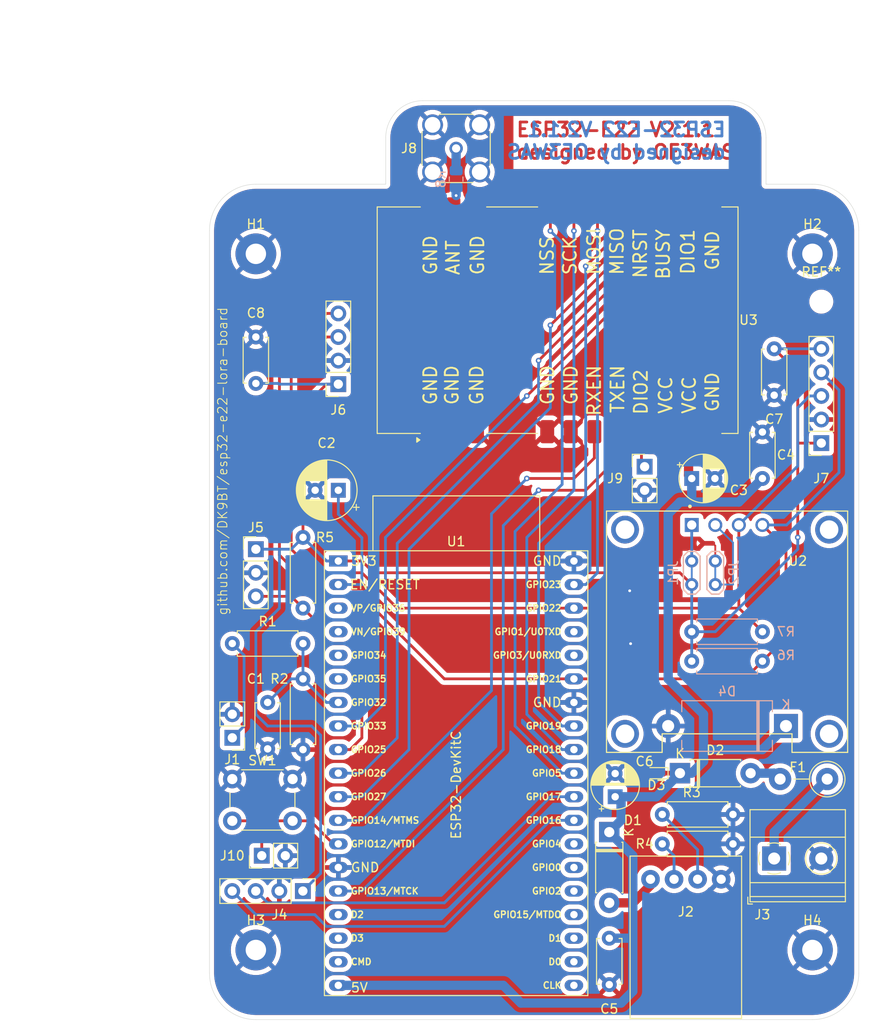
<source format=kicad_pcb>
(kicad_pcb (version 20240108) (generator "pcbnew") (generator_version "8.0")
  (title_block (title "ESP32+E22 single sided") (date "2024-10-20") (rev "V 2.1.1") (comment 1 "designed by OE3WAS") (comment 4 "AISLER Project ID:"))
  (layers (0 "F.Cu" signal) (31 "B.Cu" signal) (34 "B.Paste" user) (35 "F.Paste" user) (36 "B.SilkS" user "B.Silkscreen") (37 "F.SilkS" user "F.Silkscreen") (38 "B.Mask" user) (39 "F.Mask" user) (44 "Edge.Cuts" user))
  (net 0 "")
  (net 1 "/GPS_TX")
  (net 2 "+3.3V")
  (net 3 "GND")
  (net 4 "/GPS_RX")
  (net 5 "/SDA")
  (net 6 "/SCL")
  (net 7 "/OneWire")
  (net 8 "Net-(U1-32K_XP{slash}GPIO32{slash}ADC1_CH4)")
  (net 9 "/E22_BUSY")
  (net 10 "Net-(U1-CHIP_PU)")
  (net 11 "/E22_NRST")
  (net 12 "Net-(D2-A)")
  (net 13 "/MISO")
  (net 14 "/MOSI")
  (net 15 "/E22_SCK")
  (net 16 "+5V")
  (net 17 "/E22_DIO1")
  (net 18 "/E22_NSS")
  (net 19 "Net-(J1-Pin_1)")
  (net 20 "Net-(J8-In)")
  (net 21 "Net-(J9-Pin_1)")
  (net 22 "Net-(J10-Pin_1)")
  (net 38 "/E22_RXEN")
  (net 39 "/E22_TXEN")
  (net 41 "Net-(JP2-A)")
  (net 42 "Net-(D1-A)")
  (net 43 "Net-(U3-ANT)")
  (net 44 "Net-(J2-CC2)")
  (net 45 "Net-(J2-CC1)")
  (net 46 "Net-(J3-Pin_1)")
  (footprint "Connector_PinHeader_2.54mm:PinHeader_1x03_P2.54mm_Vertical" (layer "F.Cu") (at 115.57 95.25)
    (property "Reference" "J5")
    (property "Value" "Conn_01x03_Socket")
  )
  (footprint "Resistor_THT:R_Axial_DIN0207_L6.3mm_D2.5mm_P7.62mm_Horizontal" (layer "F.Cu") (at 113.03 105.41)
    (property "Reference" "R1")
    (property "Value" "5k1")
  )
  (footprint "Capacitor_THT:CP_Radial_D5.0mm_P2.50mm" (layer "F.Cu") (at 154.305 121.92 90)
    (property "Reference" "C6")
    (property "Value" "470µF")
  )
  (footprint "Resistor_THT:R_Axial_DIN0207_L6.3mm_D2.5mm_P7.62mm_Horizontal" (layer "F.Cu") (at 159.385 127)
    (property "Reference" "R4")
    (property "Value" "5k1")
  )
  (footprint "MountingHole:MountingHole_2.2mm_M2_Pad_TopBottom" (layer "F.Cu") (at 115.57 138.43)
    (property "Reference" "H3")
    (property "Value" "MountingHole_Pad")
  )
  (footprint "TerminalBlock_Phoenix:TerminalBlock_Phoenix_MKDS-1,5-2-5.08_1x02_P5.08mm_Horizontal" (layer "F.Cu") (at 171.445 128.575)
    (property "Reference" "J3")
    (property "Value" "Screw_Terminal_01x02")
  )
  (footprint "Resistor_THT:R_Axial_DIN0207_L6.3mm_D2.5mm_P7.62mm_Horizontal" (layer "F.Cu") (at 120.65 109.22 -90)
    (property "Reference" "R2")
    (property "Value" "5k1")
  )
  (footprint "Capacitor_THT:CP_Radial_D6.3mm_P2.50mm" (layer "F.Cu") (at 124.46 88.9 180)
    (property "Reference" "C2")
    (property "Value" "10µF")
  )
  (footprint "Diode_THT:D_DO-41_SOD81_P7.62mm_Horizontal" (layer "F.Cu") (at 161.29 119.38)
    (property "Reference" "D2")
    (property "Value" "1N5817")
  )
  (footprint "footprints_local:DM-OLED096-636" (layer "F.Cu") (at 166.37 104.14)
    (property "Reference" "U2")
    (property "Value" "DM-OLED096-636")
  )
  (footprint "Resistor_THT:R_Axial_DIN0207_L6.3mm_D2.5mm_P7.62mm_Horizontal" (layer "F.Cu") (at 120.65 93.98 -90)
    (property "Reference" "R5")
    (property "Value" "4k7")
  )
  (footprint "footprints_local:USB-C_vert" (layer "F.Cu") (at 161.925 130.81)
    (property "Reference" "J2")
    (property "Value" "~")
  )
  (footprint "MountingHole:MountingHole_2.2mm_M2_Pad_TopBottom" (layer "F.Cu") (at 115.57 63.43)
    (property "Reference" "H1")
    (property "Value" "MountingHole_Pad")
  )
  (footprint "Connector_PinHeader_2.54mm:PinHeader_1x02_P2.54mm_Vertical" (layer "F.Cu") (at 113.03 115.57 180)
    (property "Reference" "J1")
    (property "Value" "Conn_01x02_Socket")
  )
  (footprint "Connector_PinSocket_2.54mm:PinSocket_1x04_P2.54mm_Vertical" (layer "F.Cu") (at 124.46 77.47 180)
    (property "Reference" "J6")
    (property "Value" "Conn_01x04_Socket")
  )
  (footprint "Diode_THT:D_DO-41_SOD81_P7.62mm_Horizontal" (layer "F.Cu") (at 153.67 125.73 -90)
    (property "Reference" "D1")
    (property "Value" "1N5817")
  )
  (footprint "Capacitor_THT:C_Disc_D4.7mm_W2.5mm_P5.00mm" (layer "F.Cu") (at 170.18 87.63 90)
    (property "Reference" "C4")
    (property "Value" "100nF")
  )
  (footprint "MountingHole:MountingHole_2.2mm_M2_Pad_TopBottom" (layer "F.Cu") (at 175.57 63.43)
    (property "Reference" "H2")
    (property "Value" "MountingHole_Pad")
  )
  (footprint "Connector_PinSocket_2.54mm:PinSocket_1x05_P2.54mm_Vertical" (layer "F.Cu") (at 176.53 83.82 180)
    (property "Reference" "J7")
    (property "Value" "Conn_01x05_Socket")
  )
  (footprint "Capacitor_THT:C_Disc_D4.7mm_W2.5mm_P5.00mm" (layer "F.Cu") (at 153.67 137.16 -90)
    (property "Reference" "C5")
    (property "Value" "100nF")
  )
  (footprint "Connector_Coaxial:SMA_Amphenol_132134-14_Vertical" (layer "F.Cu") (at 137.16 52.07)
    (property "Reference" "J8")
    (property "Value" "SMA")
  )
  (footprint "MountingHole:MountingHole_2.1mm" (layer "F.Cu") (at 176.53 68.58)
    (property "Reference" "REF**")
    (property "Value" "MountingHole_2.1mm")
  )
  (footprint "Capacitor_THT:CP_Radial_D5.0mm_P2.50mm" (layer "F.Cu") (at 162.56 87.63)
    (property "Reference" "C3")
    (property "Value" "470µF")
  )
  (footprint "NetTie:NetTie-2_SMD_Pad0.5mm" (layer "F.Cu") (at 164.33 94.615 180)
    (property "Reference" "NT1" (hide yes))
    (property "Value" "NetTie_2" (hide yes))
  )
  (footprint "footprints_local:E22-400M33S" (layer "F.Cu") (at 145.1 70.58 90)
    (property "Reference" "U3")
    (property "Value" "E22-40033S")
  )
  (footprint "Connector_PinHeader_2.54mm:PinHeader_1x04_P2.54mm_Vertical" (layer "F.Cu") (at 120.64 132.08 -90)
    (property "Reference" "J4")
    (property "Value" "Conn_01x04_Socket" (hide yes))
  )
  (footprint "footprints_local:ESP32-DevKitC" (layer "F.Cu") (at 124.46 96.52)
    (property "Reference" "U1")
    (property "Value" "ESP32-DevKitC")
  )
  (footprint "Capacitor_THT:C_Disc_D4.7mm_W2.5mm_P5.00mm" (layer "F.Cu") (at 171.45 73.66 -90)
    (property "Reference" "C7")
    (property "Value" "100nF")
  )
  (footprint "Capacitor_THT:C_Disc_D4.7mm_W2.5mm_P5.00mm" (layer "F.Cu") (at 116.84 111.76 -90)
    (property "Reference" "C1")
    (property "Value" "100nF")
  )
  (footprint "MountingHole:MountingHole_2.2mm_M2_Pad_TopBottom" (layer "F.Cu") (at 175.57 138.43)
    (property "Reference" "H4")
    (property "Value" "MountingHole_Pad")
  )
  (footprint "Resistor_THT:R_Axial_DIN0411_L9.9mm_D3.6mm_P5.08mm_Vertical" (layer "F.Cu") (at 177.165 120.015 180)
    (property "Reference" "F1")
    (property "Value" "5A")
  )
  (footprint "Capacitor_THT:C_Disc_D4.7mm_W2.5mm_P5.00mm" (layer "F.Cu") (at 115.57 72.39 -90)
    (property "Reference" "C8")
    (property "Value" "100nF")
  )
  (footprint "Connector_PinHeader_2.54mm:PinHeader_1x02_P2.54mm_Vertical" (layer "F.Cu") (at 116.205 128.27 90)
    (property "Reference" "J10")
    (property "Value" "Conn_01x02_Socket")
  )
  (footprint "Button_Switch_THT:SW_PUSH_6mm" (layer "F.Cu") (at 113.03 120.015)
    (property "Reference" "SW1")
    (property "Value" "SW_Push")
  )
  (footprint "Resistor_THT:R_Axial_DIN0207_L6.3mm_D2.5mm_P7.62mm_Horizontal" (layer "F.Cu") (at 159.385 123.825)
    (property "Reference" "R3")
    (property "Value" "5k1")
  )
  (footprint "Diode_SMD:D_SOD-523" (layer "F.Cu") (at 158.75 119.38 180)
    (property "Reference" "D3")
    (property "Value" "LESD5D5.0CT1G")
  )
  (footprint "Connector_PinHeader_2.54mm:PinHeader_1x02_P2.54mm_Vertical" (layer "F.Cu") (at 157.48 86.36)
    (property "Reference" "J9")
    (property "Value" "Conn_01x02_Socket" (hide yes))
  )
  (footprint "Diode_THT:D_DO-201_P12.70mm_Horizontal" (layer "B.Cu") (at 172.72 114.3 180)
    (property "Reference" "D4")
    (property "Value" "1N5908")
  )
  (footprint "TestPoint:TestPoint_2Pads_Pitch2.54mm_Drill0.8mm" (layer "B.Cu") (at 162.56 96.52 -90)
    (property "Reference" "JP1")
    (property "Value" "Jumper_2_Small_Bridged" (hide yes))
  )
  (footprint "Resistor_SMD:R_0805_2012Metric" (layer "B.Cu") (at 137.16 55.372 -90)
    (property "Reference" "R8")
    (property "Value" "0R")
  )
  (footprint "Resistor_THT:R_Axial_DIN0207_L6.3mm_D2.5mm_P7.62mm_Horizontal" (layer "B.Cu") (at 162.56 104.14)
    (property "Reference" "R7")
    (property "Value" "10k")
  )
  (footprint "TestPoint:TestPoint_2Pads_Pitch2.54mm_Drill0.8mm" (layer "B.Cu") (at 165.1 99.06 90)
    (property "Reference" "JP2")
    (property "Value" "Jumper_2_Small_Bridged" (hide yes))
  )
  (footprint "Resistor_THT:R_Axial_DIN0207_L6.3mm_D2.5mm_P7.62mm_Horizontal" (layer "B.Cu") (at 162.56 107.315)
    (property "Reference" "R6")
    (property "Value" "10k")
  )
  (gr_arc (start 166.57 46.93) (mid 169.398427 48.101573) (end 170.57 50.93) (stroke (width 0.05)) (layer "Edge.Cuts"))
  (gr_line (start 175.57 145.93) (end 115.57 145.93) (stroke (width 0.05)) (layer "Edge.Cuts"))
  (gr_line (start 129.57 55.93) (end 115.57 55.93) (stroke (width 0.05)) (layer "Edge.Cuts"))
  (gr_arc (start 175.57 55.93) (mid 179.105534 57.394466) (end 180.57 60.93) (stroke (width 0.05)) (layer "Edge.Cuts"))
  (gr_arc (start 110.57 60.93) (mid 112.034466 57.394466) (end 115.57 55.93) (stroke (width 0.05)) (layer "Edge.Cuts"))
  (gr_line (start 110.57 140.93) (end 110.57 60.93) (stroke (width 0.05)) (layer "Edge.Cuts"))
  (gr_line (start 170.57 55.93) (end 175.57 55.93) (stroke (width 0.05)) (layer "Edge.Cuts"))
  (gr_arc (start 115.57 145.93) (mid 112.034466 144.465534) (end 110.57 140.93) (stroke (width 0.05)) (layer "Edge.Cuts"))
  (gr_line (start 129.57 55.93) (end 129.57 50.93) (stroke (width 0.05)) (layer "Edge.Cuts"))
  (gr_arc (start 129.57 50.93) (mid 130.741573 48.101573) (end 133.57 46.93) (stroke (width 0.05)) (layer "Edge.Cuts"))
  (gr_arc (start 180.57 140.93) (mid 179.105534 144.465534) (end 175.57 145.93) (stroke (width 0.05)) (layer "Edge.Cuts"))
  (gr_line (start 166.57 46.93) (end 133.57 46.93) (stroke (width 0.05)) (layer "Edge.Cuts"))
  (gr_line (start 180.57 60.93) (end 180.57 140.93) (stroke (width 0.05)) (layer "Edge.Cuts"))
  (gr_line (start 170.57 55.93) (end 170.57 50.93) (stroke (width 0.05)) (layer "Edge.Cuts"))
  (gr_text "ESP32-E22 V2.1.1\ndesigned by OE3WAS" (at 143.51 53.34 0) (layer "F.Cu") (effects (font (size 1.5 1.5) (thickness 0.3) (bold yes)) (justify left bottom)))
  (gr_text "ESP32-E22 V2.1.1\ndesigned by OE3WAS" (at 166.37 53.34 0) (layer "B.Cu") (effects (font (size 1.5 1.5) (thickness 0.3) (bold yes)) (justify left bottom mirror)))
  (gr_text "github.com/DK9BT/esp32-e22-lora-board" (at 112.57 102.43 90) (layer "F.SilkS") (effects (font (size 1 1) (thickness 0.1)) (justify left bottom)))
  (segment (start 149.86 121.92) (end 147.32 121.92) (width 0.3) (layer "B.Cu") (net 1))
  (segment (start 147.32 121.92) (end 135.89 133.35) (width 0.3) (layer "B.Cu") (net 1))
  (segment (start 116.84 133.35) (end 115.57 132.08) (width 0.3) (layer "B.Cu") (net 1))
  (segment (start 135.89 133.35) (end 116.84 133.35) (width 0.3) (layer "B.Cu") (net 1))
  (segment (start 115.57 132.08) (end 115.56 132.08) (width 0.3) (layer "B.Cu") (net 1))
  (segment (start 120.65 93.98) (end 120.65 80.01) (width 0.3) (layer "F.Cu") (net 2))
  (segment (start 161.29 97.79) (end 162.56 99.06) (width 0.3) (layer "F.Cu") (net 2))
  (segment (start 120.65 80.01) (end 123.19 77.47) (width 0.3) (layer "F.Cu") (net 2))
  (segment (start 173.99 93.98) (end 173.99 76.2) (width 0.3) (layer "F.Cu") (net 2))
  (segment (start 173.99 76.2) (end 171.45 73.66) (width 0.3) (layer "F.Cu") (net 2))
  (segment (start 127 96.52) (end 128.27 97.79) (width 0.3) (layer "F.Cu") (net 2))
  (segment (start 124.46 96.52) (end 127 96.52) (width 0.3) (layer "F.Cu") (net 2))
  (segment (start 173.99 83.82) (end 176.53 83.82) (width 0.3) (layer "F.Cu") (net 2))
  (segment (start 128.27 97.79) (end 161.29 97.79) (width 0.3) (layer "F.Cu") (net 2))
  (segment (start 123.19 77.47) (end 124.46 77.47) (width 0.3) (layer "F.Cu") (net 2))
  (via (at 173.99 93.98) (size 0.6) (drill 0.3) (layers "F.Cu" "B.Cu") (net 2))
  (segment (start 115.57 104.14) (end 118.11 101.6) (width 0.3) (layer "B.Cu") (net 2))
  (segment (start 120.64 132.08) (end 122.555 130.165) (width 0.3) (layer "B.Cu") (net 2))
  (segment (start 162.56 96.52) (end 162.56 92.64) (width 0.3) (layer "B.Cu") (net 2))
  (segment (start 118.11 95.25) (end 119.38 95.25) (width 0.3) (layer "B.Cu") (net 2))
  (segment (start 119.38 95.25) (end 120.65 93.98) (width 0.3) (layer "B.Cu") (net 2))
  (segment (start 173.99 95.25) (end 173.99 93.98) (width 0.3) (layer "B.Cu") (net 2))
  (segment (start 162.56 104.14) (end 165.1 104.14) (width 0.3) (layer "B.Cu") (net 2))
  (segment (start 118.11 101.6) (end 118.11 95.25) (width 0.3) (layer "B.Cu") (net 2))
  (segment (start 118.07 77.47) (end 124.46 77.47) (width 0.3) (layer "B.Cu") (net 2))
  (segment (start 162.56 99.06) (end 162.56 107.315) (width 0.3) (layer "B.Cu") (net 2))
  (segment (start 165.1 104.14) (end 173.99 95.25) (width 0.3) (layer "B.Cu") (net 2))
  (segment (start 176.53 73.66) (end 171.45 73.66) (width 0.3) (layer "B.Cu") (net 2))
  (segment (start 116.84 114.3) (end 115.57 113.03) (width 0.3) (layer "B.Cu") (net 2))
  (segment (start 117.99 77.39) (end 118.07 77.47) (width 0.3) (layer "B.Cu") (net 2))
  (segment (start 118.11 95.25) (end 115.57 95.25) (width 0.3) (layer "B.Cu") (net 2))
  (segment (start 121.563654 114.3) (end 116.84 114.3) (width 0.3) (layer "B.Cu") (net 2))
  (segment (start 115.57 77.39) (end 117.99 77.39) (width 0.3) (layer "B.Cu") (net 2))
  (segment (start 123.19 96.52) (end 124.46 96.52) (width 0.3) (layer "B.Cu") (net 2))
  (segment (start 162.56 96.52) (end 162.56 99.06) (width 0.2) (layer "B.Cu") (net 2))
  (segment (start 115.57 113.03) (end 115.57 104.14) (width 0.3) (layer "B.Cu") (net 2))
  (segment (start 122.555 115.291346) (end 121.563654 114.3) (width 0.3) (layer "B.Cu") (net 2))
  (segment (start 120.65 93.98) (end 123.19 96.52) (width 0.3) (layer "B.Cu") (net 2))
  (segment (start 122.555 130.165) (end 122.555 115.291346) (width 0.3) (layer "B.Cu") (net 2))
  (via (at 155.87 99.73) (size 0.6) (drill 0.3) (layers "F.Cu" "B.Cu") (net 3))
  (via (at 155.97 105.43) (size 0.6) (drill 0.3) (layers "F.Cu" "B.Cu") (net 3))
  (segment (start 149.86 124.46) (end 147.32 124.46) (width 0.3) (layer "B.Cu") (net 4))
  (segment (start 135.89 135.89) (end 123.19 135.89) (width 0.3) (layer "B.Cu") (net 4))
  (segment (start 115.57 134.62) (end 113.03 132.08) (width 0.3) (layer "B.Cu") (net 4))
  (segment (start 147.32 124.46) (end 135.89 135.89) (width 0.3) (layer "B.Cu") (net 4))
  (segment (start 113.03 132.08) (end 113.02 132.08) (width 0.3) (layer "B.Cu") (net 4))
  (segment (start 123.19 135.89) (end 121.92 134.62) (width 0.3) (layer "B.Cu") (net 4))
  (segment (start 121.92 134.62) (end 115.57 134.62) (width 0.3) (layer "B.Cu") (net 4))
  (segment (start 122.555 100.33) (end 118.11 95.885) (width 0.3) (layer "F.Cu") (net 5))
  (segment (start 149.86 109.22) (end 135.89 109.22) (width 0.3) (layer "F.Cu") (net 5))
  (segment (start 172.72 104.775) (end 170.18 107.315) (width 0.3) (layer "F.Cu") (net 5))
  (segment (start 127 100.33) (end 122.555 100.33) (width 0.3) (layer "F.Cu") (net 5))
  (segment (start 168.275 109.22) (end 170.18 107.315) (width 0.3) (layer "F.Cu") (net 5))
  (segment (start 135.89 109.22) (end 127 100.33) (width 0.3) (layer "F.Cu") (net 5))
  (segment (start 170.18 92.64) (end 172.72 95.18) (width 0.3) (layer "F.Cu") (net 5))
  (segment (start 118.11 95.885) (end 118.11 74.93) (width 0.3) (layer "F.Cu") (net 5))
  (segment (start 172.72 95.18) (end 172.72 104.775) (width 0.3) (layer "F.Cu") (net 5))
  (segment (start 149.86 109.22) (end 168.275 109.22) (width 0.3) (layer "F.Cu") (net 5))
  (segment (start 118.11 74.93) (end 123.19 69.85) (width 0.3) (layer "F.Cu") (net 5))
  (segment (start 123.19 69.85) (end 124.46 69.85) (width 0.3) (layer "F.Cu") (net 5))
  (segment (start 178.435 86.995) (end 178.435 78.105) (width 0.3) (layer "B.Cu") (net 5))
  (segment (start 172.79 92.64) (end 178.435 86.995) (width 0.3) (layer "B.Cu") (net 5))
  (segment (start 178.435 78.105) (end 176.53 76.2) (width 0.3) (layer "B.Cu") (net 5))
  (segment (start 170.18 92.64) (end 172.79 92.64) (width 0.3) (layer "B.Cu") (net 5))
  (segment (start 167.64 101.6) (end 167.64 92.64) (width 0.3) (layer "F.Cu") (net 6))
  (segment (start 127 97.79) (end 121.92 97.79) (width 0.3) (layer "F.Cu") (net 6))
  (segment (start 119.38 95.25) (end 119.38 76.2) (width 0.3) (layer "F.Cu") (net 6))
  (segment (start 130.81 101.6) (end 127 97.79) (width 0.3) (layer "F.Cu") (net 6))
  (segment (start 149.86 101.6) (end 130.81 101.6) (width 0.3) (layer "F.Cu") (net 6))
  (segment (start 119.38 76.2) (end 123.19 72.39) (width 0.3) (layer "F.Cu") (net 6))
  (segment (start 167.64 101.6) (end 170.18 104.14) (width 0.3) (layer "F.Cu") (net 6))
  (segment (start 121.92 97.79) (end 119.38 95.25) (width 0.3) (layer "F.Cu") (net 6))
  (segment (start 123.19 72.39) (end 124.46 72.39) (width 0.3) (layer "F.Cu") (net 6))
  (segment (start 149.86 101.6) (end 167.64 101.6) (width 0.3) (layer "F.Cu") (net 6))
  (segment (start 173.99 80.01) (end 175.26 78.74) (width 0.3) (layer "B.Cu") (net 6))
  (segment (start 167.64 92.64) (end 173.99 86.29) (width 0.3) (layer "B.Cu") (net 6))
  (segment (start 173.99 86.29) (end 173.99 80.01) (width 0.3) (layer "B.Cu") (net 6))
  (segment (start 175.26 78.74) (end 176.53 78.74) (width 0.3) (layer "B.Cu") (net 6))
  (segment (start 121.92 102.87) (end 127 102.87) (width 0.3) (layer "F.Cu") (net 7))
  (segment (start 127 115.57) (end 125.73 116.84) (width 0.3) (layer "F.Cu") (net 7))
  (segment (start 125.73 116.84) (end 124.46 116.84) (width 0.3) (layer "F.Cu") (net 7))
  (segment (start 115.57 100.33) (end 119.38 100.33) (width 0.3) (layer "F.Cu") (net 7))
  (segment (start 120.65 101.6) (end 121.92 102.87) (width 0.3) (layer "F.Cu") (net 7))
  (segment (start 127 102.87) (end 127 115.57) (width 0.3) (layer "F.Cu") (net 7))
  (segment (start 119.38 100.33) (end 120.65 101.6) (width 0.3) (layer "F.Cu") (net 7))
  (segment (start 119.38 109.22) (end 116.84 111.76) (width 0.3) (layer "B.Cu") (net 8))
  (segment (start 120.65 109.22) (end 123.19 111.76) (width 0.3) (layer "B.Cu") (net 8))
  (segment (start 120.65 105.41) (end 120.65 109.22) (width 0.3) (layer "B.Cu") (net 8))
  (segment (start 123.19 111.76) (end 124.46 111.76) (width 0.3) (layer "B.Cu") (net 8))
  (segment (start 120.65 109.22) (end 119.38 109.22) (width 0.3) (layer "B.Cu") (net 8))
  (segment (start 159.68 61.3) (end 159.68 58.59) (width 0.3) (layer "F.Cu") (net 9))
  (segment (start 146.05 74.93) (end 159.68 61.3) (width 0.3) (layer "F.Cu") (net 9))
  (via (at 146.05 74.93) (size 0.6) (drill 0.3) (layers "F.Cu" "B.Cu") (net 9))
  (segment (start 130.81 94.615) (end 130.81 115.57) (width 0.3) (layer "B.Cu") (net 9))
  (segment (start 130.81 115.57) (end 127 119.38) (width 0.3) (layer "B.Cu") (net 9))
  (segment (start 127 119.38) (end 124.46 119.38) (width 0.3) (layer "B.Cu") (net 9))
  (segment (start 146.05 74.93) (end 146.05 79.375) (width 0.3) (layer "B.Cu") (net 9))
  (segment (start 146.05 79.375) (end 130.81 94.615) (width 0.3) (layer "B.Cu") (net 9))
  (segment (start 127 99.06) (end 127 94.02) (width 0.3) (layer "B.Cu") (net 10))
  (segment (start 124.46 91.48) (end 124.46 88.9) (width 0.3) (layer "B.Cu") (net 10))
  (segment (start 127 94.02) (end 124.46 91.48) (width 0.3) (layer "B.Cu") (net 10))
  (segment (start 124.46 99.06) (end 127 99.06) (width 0.3) (layer "B.Cu") (net 10))
  (segment (start 147.32 71.12) (end 157.14 61.3) (width 0.3) (layer "F.Cu") (net 11))
  (segment (start 157.14 61.3) (end 157.14 58.59) (width 0.3) (layer "F.Cu") (net 11))
  (via (at 147.32 71.12) (size 0.6) (drill 0.3) (layers "F.Cu" "B.Cu") (net 11))
  (segment (start 147.32 71.12) (end 147.32 80.01) (width 0.3) (layer "B.Cu") (net 11))
  (segment (start 132.08 116.84) (end 127 121.92) (width 0.3) (layer "B.Cu") (net 11))
  (segment (start 132.08 95.25) (end 132.08 116.84) (width 0.3) (layer "B.Cu") (net 11))
  (segment (start 147.32 80.01) (end 132.08 95.25) (width 0.3) (layer "B.Cu") (net 11))
  (segment (start 127 121.92) (end 124.46 121.92) (width 0.3) (layer "B.Cu") (net 11))
  (segment (start 168.91 119.38) (end 171.45 119.38) (width 1) (layer "B.Cu") (net 12))
  (segment (start 171.45 119.38) (end 172.085 120.015) (width 1) (layer "B.Cu") (net 12))
  (segment (start 151.13 64.77) (end 154.6 61.3) (width 0.3) (layer "F.Cu") (net 13))
  (segment (start 154.6 61.3) (end 154.6 58.59) (width 0.3) (layer "F.Cu") (net 13))
  (via (at 151.13 64.77) (size 0.6) (drill 0.3) (layers "F.Cu" "B.Cu") (net 13))
  (segment (start 146.05 111.76) (end 148.59 114.3) (width 0.3) (layer "B.Cu") (net 13))
  (segment (start 148.59 114.3) (end 149.86 114.3) (width 0.3) (layer "B.Cu") (net 13))
  (segment (start 146.05 94.615) (end 146.05 111.76) (width 0.3) (layer "B.Cu") (net 13))
  (segment (start 151.13 64.77) (end 151.13 89.535) (width 0.3) (layer "B.Cu") (net 13))
  (segment (start 151.13 89.535) (end 146.05 94.615) (width 0.3) (layer "B.Cu") (net 13))
  (segment (start 152.4 58.93) (end 152.06 58.59) (width 0.3) (layer "F.Cu") (net 14))
  (segment (start 152.4 60.96) (end 152.4 58.93) (width 0.3) (layer "F.Cu") (net 14))
  (via (at 152.4 60.96) (size 0.6) (drill 0.3) (layers "F.Cu" "B.Cu") (net 14))
  (segment (start 152.4 97.79) (end 151.13 99.06) (width 0.3) (layer "B.Cu") (net 14))
  (segment (start 152.4 60.96) (end 152.4 97.79) (width 0.3) (layer "B.Cu") (net 14))
  (segment (start 151.13 99.06) (end 149.86 99.06) (width 0.3) (layer "B.Cu") (net 14))
  (segment (start 149.86 58.93) (end 149.52 58.59) (width 0.3) (layer "F.Cu") (net 15))
  (segment (start 149.86 60.96) (end 149.86 58.93) (width 0.3) (layer "F.Cu") (net 15))
  (via (at 149.86 60.96) (size 0.6) (drill 0.3) (layers "F.Cu" "B.Cu") (net 15))
  (segment (start 144.78 113.03) (end 148.59 116.84) (width 0.3) (layer "B.Cu") (net 15))
  (segment (start 149.86 60.96) (end 149.86 88.9) (width 0.3) (layer "B.Cu") (net 15))
  (segment (start 144.78 93.98) (end 144.78 113.03) (width 0.3) (layer "B.Cu") (net 15))
  (segment (start 149.86 88.9) (end 144.78 93.98) (width 0.3) (layer "B.Cu") (net 15))
  (segment (start 148.59 116.84) (end 149.86 116.84) (width 0.3) (layer "B.Cu") (net 15))
  (segment (start 162.22 82.59) (end 162.22 87.29) (width 1) (layer "F.Cu") (net 16))
  (segment (start 162.22 82.59) (end 159.68 82.59) (width 1) (layer "F.Cu") (net 16))
  (segment (start 162.22 87.29) (end 162.56 87.63) (width 1) (layer "F.Cu") (net 16))
  (segment (start 159.45 119.38) (end 161.29 119.38) (width 0.5) (layer "F.Cu") (net 16))
  (segment (start 154.94 144.145) (end 144.145 144.145) (width 1) (layer "B.Cu") (net 16))
  (segment (start 167.64 90.17) (end 162.56 90.17) (width 1) (layer "B.Cu") (net 16))
  (segment (start 156.21 135.89) (end 156.21 137.16) (width 1) (layer "B.Cu") (net 16))
  (segment (start 156.21 137.16) (end 156.21 142.875) (width 1) (layer "B.Cu") (net 16))
  (segment (start 160.02 109.22) (end 163.83 113.03) (width 1) (layer "B.Cu") (net 16))
  (segment (start 162.56 90.17) (end 162.56 87.63) (width 1) (layer "B.Cu") (net 16))
  (segment (start 153.67 125.73) (end 156.21 128.27) (width 1) (layer "B.Cu") (net 16))
  (segment (start 144.145 144.145) (end 142.24 142.24) (width 1) (layer "B.Cu") (net 16))
  (segment (start 161.29 90.17) (end 160.02 91.44) (width 1) (layer "B.Cu") (net 16))
  (segment (start 153.67 125.73) (end 154.94 124.46) (width 1) (layer "B.Cu") (net 16))
  (segment (start 163.83 116.84) (end 163.83 118.11) (width 1) (layer "B.Cu") (net 16))
  (segment (start 172.72 114.3) (end 170.18 116.84) (width 1) (layer "B.Cu") (net 16))
  (segment (start 156.21 142.875) (end 154.94 144.145) (width 1) (layer "B.Cu") (net 16))
  (segment (start 163.83 113.03) (end 163.83 118.11) (width 1) (layer "B.Cu") (net 16))
  (segment (start 156.21 137.16) (end 153.67 137.16) (width 1) (layer "B.Cu") (net 16))
  (segment (start 158.75 121.92) (end 161.29 119.38) (width 1) (layer "B.Cu") (net 16))
  (segment (start 162.56 90.17) (end 161.29 90.17) (width 1) (layer "B.Cu") (net 16))
  (segment (start 154.94 122.555) (end 154.305 121.92) (width 1) (layer "B.Cu") (net 16))
  (segment (start 163.83 118.11) (end 162.56 119.38) (width 1) (layer "B.Cu") (net 16))
  (segment (start 156.21 128.27) (end 156.21 135.89) (width 1) (layer "B.Cu") (net 16))
  (segment (start 160.02 91.44) (end 160.02 109.22) (width 1) (layer "B.Cu") (net 16))
  (segment (start 170.18 87.63) (end 167.64 90.17) (width 1) (layer "B.Cu") (net 16))
  (segment (start 170.18 116.84) (end 163.83 116.84) (width 1) (layer "B.Cu") (net 16))
  (segment (start 154.305 121.92) (end 158.75 121.92) (width 1) (layer "B.Cu") (net 16))
  (segment (start 162.56 119.38) (end 161.29 119.38) (width 1) (layer "B.Cu") (net 16))
  (segment (start 142.24 142.24) (end 124.46 142.24) (width 1) (layer "B.Cu") (net 16))
  (segment (start 154.94 124.46) (end 154.94 122.555) (width 1) (layer "B.Cu") (net 16))
  (segment (start 144.78 78.74) (end 162.22 61.3) (width 0.3) (layer "F.Cu") (net 17))
  (segment (start 162.22 61.3) (end 162.22 58.59) (width 0.3) (layer "F.Cu") (net 17))
  (via (at 144.78 78.74) (size 0.6) (drill 0.3) (layers "F.Cu" "B.Cu") (net 17))
  (segment (start 129.54 93.98) (end 129.54 111.76) (width 0.3) (layer "B.Cu") (net 17))
  (segment (start 129.54 111.76) (end 127 114.3) (width 0.3) (layer "B.Cu") (net 17))
  (segment (start 127 114.3) (end 124.46 114.3) (width 0.3) (layer "B.Cu") (net 17))
  (segment (start 144.78 78.74) (end 129.54 93.98) (width 0.3) (layer "B.Cu") (net 17))
  (segment (start 147.32 58.93) (end 146.98 58.59) (width 0.3) (layer "F.Cu") (net 18))
  (segment (start 147.32 60.96) (end 147.32 58.93) (width 0.3) (layer "F.Cu") (net 18))
  (via (at 147.32 60.96) (size 0.6) (drill 0.3) (layers "F.Cu" "B.Cu") (net 18))
  (segment (start 148.59 119.38) (end 149.86 119.38) (width 0.3) (layer "B.Cu") (net 18))
  (segment (start 143.51 93.345) (end 143.51 114.3) (width 0.3) (layer "B.Cu") (net 18))
  (segment (start 143.51 114.3) (end 148.59 119.38) (width 0.3) (layer "B.Cu") (net 18))
  (segment (start 148.59 62.23) (end 148.59 88.265) (width 0.3) (layer "B.Cu") (net 18))
  (segment (start 147.32 60.96) (end 148.59 62.23) (width 0.3) (layer "B.Cu") (net 18))
  (segment (start 148.59 88.265) (end 143.51 93.345) (width 0.3) (layer "B.Cu") (net 18))
  (segment (start 114.3 114.3) (end 114.3 106.68) (width 0.3) (layer "B.Cu") (net 19))
  (segment (start 113.03 115.57) (end 114.3 114.3) (width 0.3) (layer "B.Cu") (net 19))
  (segment (start 114.3 106.68) (end 113.03 105.41) (width 0.3) (layer "B.Cu") (net 19))
  (segment (start 137.16 54.4595) (end 137.16 52.07) (width 1) (layer "B.Cu") (net 20))
  (segment (start 157.14 86.02) (end 157.48 86.36) (width 0.3) (layer "F.Cu") (net 21))
  (segment (start 157.14 82.59) (end 157.14 86.02) (width 0.3) (layer "F.Cu") (net 21))
  (segment (start 116.205 124.515) (end 116.205 128.27) (width 0.3) (layer "F.Cu") (net 22))
  (segment (start 121.435 124.515) (end 119.53 124.515) (width 0.3) (layer "F.Cu") (net 22))
  (segment (start 119.53 124.515) (end 115.57 124.515) (width 0.3) (layer "F.Cu") (net 22))
  (segment (start 123.92 127) (end 121.435 124.515) (width 0.3) (layer "F.Cu") (net 22))
  (segment (start 124.46 127) (end 123.92 127) (width 0.3) (layer "F.Cu") (net 22))
  (segment (start 115.57 124.515) (end 113.03 124.515) (width 0.3) (layer "F.Cu") (net 22))
  (segment (start 144.78 87.63) (end 149.86 87.63) (width 0.3) (layer "F.Cu") (net 38))
  (segment (start 152.06 85.43) (end 152.06 82.59) (width 0.3) (layer "F.Cu") (net 38))
  (segment (start 149.86 87.63) (end 152.06 85.43) (width 0.3) (layer "F.Cu") (net 38))
  (via (at 144.78 87.63) (size 0.6) (drill 0.3) (layers "F.Cu" "B.Cu") (net 38))
  (segment (start 140.97 91.44) (end 140.97 110.49) (width 0.3) (layer "B.Cu") (net 38))
  (segment (start 140.97 110.49) (end 127 124.46) (width 0.3) (layer "B.Cu") (net 38))
  (segment (start 127 124.46) (end 124.46 124.46) (width 0.3) (layer "B.Cu") (net 38))
  (segment (start 144.78 87.63) (end 140.97 91.44) (width 0.3) (layer "B.Cu") (net 38))
  (segment (start 154.6 85.43) (end 154.6 82.59) (width 0.3) (layer "F.Cu") (net 39))
  (segment (start 151.13 88.9) (end 154.6 85.43) (width 0.3) (layer "F.Cu") (net 39))
  (segment (start 146.05 88.9) (end 151.13 88.9) (width 0.3) (layer "F.Cu") (net 39))
  (via (at 146.05 88.9) (size 0.6) (drill 0.3) (layers "F.Cu" "B.Cu") (net 39))
  (segment (start 127 132.08) (end 124.46 132.08) (width 0.3) (layer "B.Cu") (net 39))
  (segment (start 142.24 116.84) (end 127 132.08) (width 0.3) (layer "B.Cu") (net 39))
  (segment (start 142.24 92.71) (end 142.24 116.84) (width 0.3) (layer "B.Cu") (net 39))
  (segment (start 146.05 88.9) (end 142.24 92.71) (width 0.3) (layer "B.Cu") (net 39))
  (segment (start 164.83 94.615) (end 165.1 94.885) (width 0.2) (layer "F.Cu") (net 41))
  (segment (start 165.1 94.885) (end 165.1 96.52) (width 0.2) (layer "F.Cu") (net 41))
  (segment (start 165.1 96.52) (end 165.1 99.06) (width 0.2) (layer "B.Cu") (net 41))
  (segment (start 167.005 99.06) (end 165.1 99.06) (width 0.2) (layer "B.Cu") (net 41))
  (segment (start 165.1 92.64) (end 167.005 94.545) (width 0.2) (layer "B.Cu") (net 41))
  (segment (start 167.005 94.545) (end 167.005 99.06) (width 0.2) (layer "B.Cu") (net 41))
  (segment (start 158.115 131.455) (end 158.115 130.81) (width 1) (layer "F.Cu") (net 42))
  (segment (start 156.22 133.35) (end 158.115 131.455) (width 1) (layer "F.Cu") (net 42))
  (segment (start 153.67 133.35) (end 156.22 133.35) (width 1) (layer "F.Cu") (net 42))
  (segment (start 137.16 58.3) (end 136.87 58.59) (width 0.3) (layer "F.Cu") (net 43))
  (segment (start 136.87 57.44) (end 137.16 57.15) (width 0.3) (layer "F.Cu") (net 43))
  (segment (start 136.87 58.59) (end 136.87 57.44) (width 0.3) (layer "F.Cu") (net 43))
  (via (at 137.16 57.15) (size 0.6) (drill 0.3) (layers "F.Cu" "B.Cu") (net 43))
  (segment (start 137.16 57.15) (end 137.16 56.2845) (width 1) (layer "B.Cu") (net 43))
  (segment (start 163.195 127.635) (end 163.195 130.81) (width 0.3) (layer "B.Cu") (net 44))
  (segment (start 159.385 123.825) (end 163.195 127.635) (width 0.3) (layer "B.Cu") (net 44))
  (segment (start 160.655 128.27) (end 160.655 130.81) (width 0.3) (layer "B.Cu") (net 45))
  (segment (start 159.385 127) (end 160.655 128.27) (width 0.3) (layer "B.Cu") (net 45))
  (segment (start 171.45 128.57) (end 171.445 128.575) (width 1) (layer "B.Cu") (net 46))
  (segment (start 171.45 125.73) (end 171.45 128.57) (width 1) (layer "B.Cu") (net 46))
  (segment (start 177.165 120.015) (end 171.45 125.73) (width 1) (layer "B.Cu") (net 46))
  (zone (net 3) (net_name "GND") (layers "F&B.Cu") (connect_pads (clearance 0.5)) (min_thickness 0.25) (fill yes (thermal_gap 0.5) (thermal_bridge_width 0.5))
    (polygon (pts (xy 110.57 46.43) (xy 180.67 46.43) (xy 180.57 146.43) (xy 110.57 146.43)))
  )
  (zone (net 0) (net_name "") (layers "F&B.Cu") (connect_pads (clearance 0)) (min_thickness 0.25)
    (keepout (tracks allowed) (vias allowed) (pads allowed) (copperpour not_allowed) (footprints allowed))
    (fill (thermal_gap 0.5) (thermal_bridge_width 0.5))
    (polygon (pts (xy 161.57 95.43) (xy 166.07 95.43) (xy 166.07 100.43) (xy 161.57 100.43)))
  )
)
</source>
